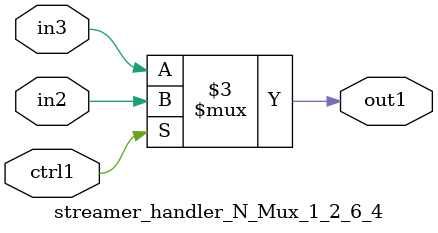
<source format=v>

`timescale 1ps / 1ps


module streamer_handler_N_Mux_1_2_6_4( in3, in2, ctrl1, out1 );

    input in3;
    input in2;
    input ctrl1;
    output out1;
    reg out1;

    
    // rtl_process:streamer_handler_N_Mux_1_2_6_4/streamer_handler_N_Mux_1_2_6_4_thread_1
    always @*
      begin : streamer_handler_N_Mux_1_2_6_4_thread_1
        case (ctrl1) 
          1'b1: 
            begin
              out1 = in2;
            end
          default: 
            begin
              out1 = in3;
            end
        endcase
      end

endmodule



</source>
